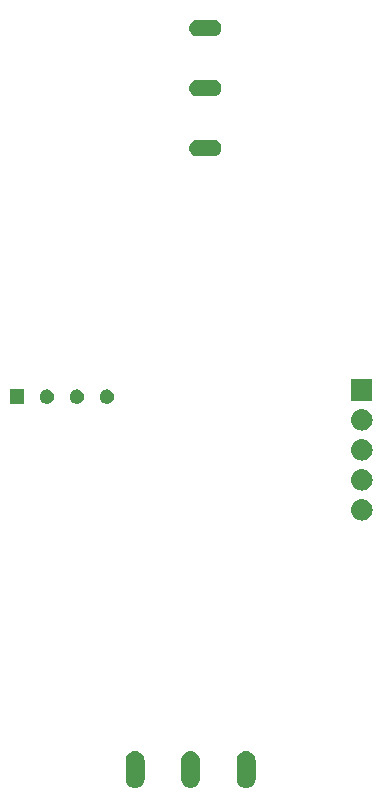
<source format=gbr>
G04 #@! TF.GenerationSoftware,KiCad,Pcbnew,(6.0.0-rc1-dev-1027-g90233e5ec)*
G04 #@! TF.CreationDate,2018-11-05T19:06:39+01:00*
G04 #@! TF.ProjectId,eBoard_remote_control,65426F6172645F72656D6F74655F636F,rev?*
G04 #@! TF.SameCoordinates,Original*
G04 #@! TF.FileFunction,Soldermask,Bot*
G04 #@! TF.FilePolarity,Negative*
%FSLAX46Y46*%
G04 Gerber Fmt 4.6, Leading zero omitted, Abs format (unit mm)*
G04 Created by KiCad (PCBNEW (6.0.0-rc1-dev-1027-g90233e5ec)) date 11/05/18 19:06:39*
%MOMM*%
%LPD*%
G01*
G04 APERTURE LIST*
%ADD10C,0.100000*%
G04 APERTURE END LIST*
D10*
G36*
X190174168Y-149862245D02*
X190325874Y-149908264D01*
X190465686Y-149982996D01*
X190588233Y-150083567D01*
X190688804Y-150206114D01*
X190763536Y-150345926D01*
X190809555Y-150497632D01*
X190821200Y-150615864D01*
X190821200Y-152202936D01*
X190809555Y-152321168D01*
X190763536Y-152472874D01*
X190688804Y-152612686D01*
X190588233Y-152735233D01*
X190465685Y-152835804D01*
X190325873Y-152910536D01*
X190174167Y-152956555D01*
X190016400Y-152972094D01*
X189858632Y-152956555D01*
X189706926Y-152910536D01*
X189567114Y-152835804D01*
X189444567Y-152735233D01*
X189343996Y-152612685D01*
X189269264Y-152472873D01*
X189223245Y-152321167D01*
X189211600Y-152202935D01*
X189211601Y-150615864D01*
X189223246Y-150497632D01*
X189269265Y-150345926D01*
X189343997Y-150206114D01*
X189444568Y-150083567D01*
X189567115Y-149982996D01*
X189706927Y-149908264D01*
X189858633Y-149862245D01*
X190016400Y-149846706D01*
X190174168Y-149862245D01*
X190174168Y-149862245D01*
G37*
G36*
X199574168Y-149862245D02*
X199725874Y-149908264D01*
X199865686Y-149982996D01*
X199988233Y-150083567D01*
X200088804Y-150206114D01*
X200163536Y-150345926D01*
X200209555Y-150497632D01*
X200221200Y-150615864D01*
X200221200Y-152202936D01*
X200209555Y-152321168D01*
X200163536Y-152472874D01*
X200088804Y-152612686D01*
X199988233Y-152735233D01*
X199865685Y-152835804D01*
X199725873Y-152910536D01*
X199574167Y-152956555D01*
X199416400Y-152972094D01*
X199258632Y-152956555D01*
X199106926Y-152910536D01*
X198967114Y-152835804D01*
X198844567Y-152735233D01*
X198743996Y-152612685D01*
X198669264Y-152472873D01*
X198623245Y-152321167D01*
X198611600Y-152202935D01*
X198611601Y-150615864D01*
X198623246Y-150497632D01*
X198669265Y-150345926D01*
X198743997Y-150206114D01*
X198844568Y-150083567D01*
X198967115Y-149982996D01*
X199106927Y-149908264D01*
X199258633Y-149862245D01*
X199416400Y-149846706D01*
X199574168Y-149862245D01*
X199574168Y-149862245D01*
G37*
G36*
X194874168Y-149862245D02*
X195025874Y-149908264D01*
X195165686Y-149982996D01*
X195288233Y-150083567D01*
X195388804Y-150206114D01*
X195463536Y-150345926D01*
X195509555Y-150497632D01*
X195521200Y-150615864D01*
X195521200Y-152202936D01*
X195509555Y-152321168D01*
X195463536Y-152472874D01*
X195388804Y-152612686D01*
X195288233Y-152735233D01*
X195165685Y-152835804D01*
X195025873Y-152910536D01*
X194874167Y-152956555D01*
X194716400Y-152972094D01*
X194558632Y-152956555D01*
X194406926Y-152910536D01*
X194267114Y-152835804D01*
X194144567Y-152735233D01*
X194043996Y-152612685D01*
X193969264Y-152472873D01*
X193923245Y-152321167D01*
X193911600Y-152202935D01*
X193911601Y-150615864D01*
X193923246Y-150497632D01*
X193969265Y-150345926D01*
X194043997Y-150206114D01*
X194144568Y-150083567D01*
X194267115Y-149982996D01*
X194406927Y-149908264D01*
X194558633Y-149862245D01*
X194716400Y-149846706D01*
X194874168Y-149862245D01*
X194874168Y-149862245D01*
G37*
G36*
X209331286Y-128519528D02*
X209397471Y-128526047D01*
X209510697Y-128560394D01*
X209567311Y-128577567D01*
X209705931Y-128651662D01*
X209723835Y-128661232D01*
X209759573Y-128690562D01*
X209861030Y-128773824D01*
X209944292Y-128875281D01*
X209973622Y-128911019D01*
X209973623Y-128911021D01*
X210057287Y-129067543D01*
X210057287Y-129067544D01*
X210108807Y-129237383D01*
X210126203Y-129414010D01*
X210108807Y-129590637D01*
X210074460Y-129703863D01*
X210057287Y-129760477D01*
X209983192Y-129899097D01*
X209973622Y-129917001D01*
X209944292Y-129952739D01*
X209861030Y-130054196D01*
X209759573Y-130137458D01*
X209723835Y-130166788D01*
X209723833Y-130166789D01*
X209567311Y-130250453D01*
X209510697Y-130267626D01*
X209397471Y-130301973D01*
X209331286Y-130308492D01*
X209265104Y-130315010D01*
X209176584Y-130315010D01*
X209110402Y-130308492D01*
X209044217Y-130301973D01*
X208930991Y-130267626D01*
X208874377Y-130250453D01*
X208717855Y-130166789D01*
X208717853Y-130166788D01*
X208682115Y-130137458D01*
X208580658Y-130054196D01*
X208497396Y-129952739D01*
X208468066Y-129917001D01*
X208458496Y-129899097D01*
X208384401Y-129760477D01*
X208367228Y-129703863D01*
X208332881Y-129590637D01*
X208315485Y-129414010D01*
X208332881Y-129237383D01*
X208384401Y-129067544D01*
X208384401Y-129067543D01*
X208468065Y-128911021D01*
X208468066Y-128911019D01*
X208497396Y-128875281D01*
X208580658Y-128773824D01*
X208682115Y-128690562D01*
X208717853Y-128661232D01*
X208735757Y-128651662D01*
X208874377Y-128577567D01*
X208930991Y-128560394D01*
X209044217Y-128526047D01*
X209110402Y-128519528D01*
X209176584Y-128513010D01*
X209265104Y-128513010D01*
X209331286Y-128519528D01*
X209331286Y-128519528D01*
G37*
G36*
X209331286Y-125979528D02*
X209397471Y-125986047D01*
X209510697Y-126020394D01*
X209567311Y-126037567D01*
X209705931Y-126111662D01*
X209723835Y-126121232D01*
X209759573Y-126150562D01*
X209861030Y-126233824D01*
X209944292Y-126335281D01*
X209973622Y-126371019D01*
X209973623Y-126371021D01*
X210057287Y-126527543D01*
X210057287Y-126527544D01*
X210108807Y-126697383D01*
X210126203Y-126874010D01*
X210108807Y-127050637D01*
X210074460Y-127163863D01*
X210057287Y-127220477D01*
X209983192Y-127359097D01*
X209973622Y-127377001D01*
X209944292Y-127412739D01*
X209861030Y-127514196D01*
X209759573Y-127597458D01*
X209723835Y-127626788D01*
X209723833Y-127626789D01*
X209567311Y-127710453D01*
X209510697Y-127727626D01*
X209397471Y-127761973D01*
X209331286Y-127768492D01*
X209265104Y-127775010D01*
X209176584Y-127775010D01*
X209110402Y-127768492D01*
X209044217Y-127761973D01*
X208930991Y-127727626D01*
X208874377Y-127710453D01*
X208717855Y-127626789D01*
X208717853Y-127626788D01*
X208682115Y-127597458D01*
X208580658Y-127514196D01*
X208497396Y-127412739D01*
X208468066Y-127377001D01*
X208458496Y-127359097D01*
X208384401Y-127220477D01*
X208367228Y-127163863D01*
X208332881Y-127050637D01*
X208315485Y-126874010D01*
X208332881Y-126697383D01*
X208384401Y-126527544D01*
X208384401Y-126527543D01*
X208468065Y-126371021D01*
X208468066Y-126371019D01*
X208497396Y-126335281D01*
X208580658Y-126233824D01*
X208682115Y-126150562D01*
X208717853Y-126121232D01*
X208735757Y-126111662D01*
X208874377Y-126037567D01*
X208930991Y-126020394D01*
X209044217Y-125986047D01*
X209110402Y-125979528D01*
X209176584Y-125973010D01*
X209265104Y-125973010D01*
X209331286Y-125979528D01*
X209331286Y-125979528D01*
G37*
G36*
X209331287Y-123439529D02*
X209397471Y-123446047D01*
X209510697Y-123480394D01*
X209567311Y-123497567D01*
X209705931Y-123571662D01*
X209723835Y-123581232D01*
X209759573Y-123610562D01*
X209861030Y-123693824D01*
X209944292Y-123795281D01*
X209973622Y-123831019D01*
X209973623Y-123831021D01*
X210057287Y-123987543D01*
X210057287Y-123987544D01*
X210108807Y-124157383D01*
X210126203Y-124334010D01*
X210108807Y-124510637D01*
X210074460Y-124623863D01*
X210057287Y-124680477D01*
X209983192Y-124819097D01*
X209973622Y-124837001D01*
X209944292Y-124872739D01*
X209861030Y-124974196D01*
X209759573Y-125057458D01*
X209723835Y-125086788D01*
X209723833Y-125086789D01*
X209567311Y-125170453D01*
X209510697Y-125187626D01*
X209397471Y-125221973D01*
X209331286Y-125228492D01*
X209265104Y-125235010D01*
X209176584Y-125235010D01*
X209110402Y-125228492D01*
X209044217Y-125221973D01*
X208930991Y-125187626D01*
X208874377Y-125170453D01*
X208717855Y-125086789D01*
X208717853Y-125086788D01*
X208682115Y-125057458D01*
X208580658Y-124974196D01*
X208497396Y-124872739D01*
X208468066Y-124837001D01*
X208458496Y-124819097D01*
X208384401Y-124680477D01*
X208367228Y-124623863D01*
X208332881Y-124510637D01*
X208315485Y-124334010D01*
X208332881Y-124157383D01*
X208384401Y-123987544D01*
X208384401Y-123987543D01*
X208468065Y-123831021D01*
X208468066Y-123831019D01*
X208497396Y-123795281D01*
X208580658Y-123693824D01*
X208682115Y-123610562D01*
X208717853Y-123581232D01*
X208735757Y-123571662D01*
X208874377Y-123497567D01*
X208930991Y-123480394D01*
X209044217Y-123446047D01*
X209110401Y-123439529D01*
X209176584Y-123433010D01*
X209265104Y-123433010D01*
X209331287Y-123439529D01*
X209331287Y-123439529D01*
G37*
G36*
X209331287Y-120899529D02*
X209397471Y-120906047D01*
X209510697Y-120940394D01*
X209567311Y-120957567D01*
X209705931Y-121031662D01*
X209723835Y-121041232D01*
X209759573Y-121070562D01*
X209861030Y-121153824D01*
X209944292Y-121255281D01*
X209973622Y-121291019D01*
X209973623Y-121291021D01*
X210057287Y-121447543D01*
X210057287Y-121447544D01*
X210108807Y-121617383D01*
X210126203Y-121794010D01*
X210108807Y-121970637D01*
X210074460Y-122083863D01*
X210057287Y-122140477D01*
X209983192Y-122279097D01*
X209973622Y-122297001D01*
X209944292Y-122332739D01*
X209861030Y-122434196D01*
X209759573Y-122517458D01*
X209723835Y-122546788D01*
X209723833Y-122546789D01*
X209567311Y-122630453D01*
X209510697Y-122647626D01*
X209397471Y-122681973D01*
X209331286Y-122688492D01*
X209265104Y-122695010D01*
X209176584Y-122695010D01*
X209110402Y-122688492D01*
X209044217Y-122681973D01*
X208930991Y-122647626D01*
X208874377Y-122630453D01*
X208717855Y-122546789D01*
X208717853Y-122546788D01*
X208682115Y-122517458D01*
X208580658Y-122434196D01*
X208497396Y-122332739D01*
X208468066Y-122297001D01*
X208458496Y-122279097D01*
X208384401Y-122140477D01*
X208367228Y-122083863D01*
X208332881Y-121970637D01*
X208315485Y-121794010D01*
X208332881Y-121617383D01*
X208384401Y-121447544D01*
X208384401Y-121447543D01*
X208468065Y-121291021D01*
X208468066Y-121291019D01*
X208497396Y-121255281D01*
X208580658Y-121153824D01*
X208682115Y-121070562D01*
X208717853Y-121041232D01*
X208735757Y-121031662D01*
X208874377Y-120957567D01*
X208930991Y-120940394D01*
X209044217Y-120906047D01*
X209110401Y-120899529D01*
X209176584Y-120893010D01*
X209265104Y-120893010D01*
X209331287Y-120899529D01*
X209331287Y-120899529D01*
G37*
G36*
X187718579Y-119212210D02*
X187806214Y-119229642D01*
X187888763Y-119263836D01*
X187916281Y-119275234D01*
X188015340Y-119341423D01*
X188099577Y-119425660D01*
X188165766Y-119524719D01*
X188165766Y-119524720D01*
X188211358Y-119634786D01*
X188234600Y-119751632D01*
X188234600Y-119870768D01*
X188211358Y-119987614D01*
X188177164Y-120070163D01*
X188165766Y-120097681D01*
X188099577Y-120196740D01*
X188015340Y-120280977D01*
X187916281Y-120347166D01*
X187888763Y-120358564D01*
X187806214Y-120392758D01*
X187718580Y-120410189D01*
X187689369Y-120416000D01*
X187570231Y-120416000D01*
X187541020Y-120410189D01*
X187453386Y-120392758D01*
X187370837Y-120358564D01*
X187343319Y-120347166D01*
X187244260Y-120280977D01*
X187160023Y-120196740D01*
X187093834Y-120097681D01*
X187082436Y-120070163D01*
X187048242Y-119987614D01*
X187025000Y-119870768D01*
X187025000Y-119751632D01*
X187048242Y-119634786D01*
X187093834Y-119524720D01*
X187093834Y-119524719D01*
X187160023Y-119425660D01*
X187244260Y-119341423D01*
X187343319Y-119275234D01*
X187370837Y-119263836D01*
X187453386Y-119229642D01*
X187541021Y-119212210D01*
X187570231Y-119206400D01*
X187689369Y-119206400D01*
X187718579Y-119212210D01*
X187718579Y-119212210D01*
G37*
G36*
X180614600Y-120416000D02*
X179405000Y-120416000D01*
X179405000Y-119206400D01*
X180614600Y-119206400D01*
X180614600Y-120416000D01*
X180614600Y-120416000D01*
G37*
G36*
X182638579Y-119212210D02*
X182726214Y-119229642D01*
X182808763Y-119263836D01*
X182836281Y-119275234D01*
X182935340Y-119341423D01*
X183019577Y-119425660D01*
X183085766Y-119524719D01*
X183085766Y-119524720D01*
X183131358Y-119634786D01*
X183154600Y-119751632D01*
X183154600Y-119870768D01*
X183131358Y-119987614D01*
X183097164Y-120070163D01*
X183085766Y-120097681D01*
X183019577Y-120196740D01*
X182935340Y-120280977D01*
X182836281Y-120347166D01*
X182808763Y-120358564D01*
X182726214Y-120392758D01*
X182638580Y-120410189D01*
X182609369Y-120416000D01*
X182490231Y-120416000D01*
X182461020Y-120410189D01*
X182373386Y-120392758D01*
X182290837Y-120358564D01*
X182263319Y-120347166D01*
X182164260Y-120280977D01*
X182080023Y-120196740D01*
X182013834Y-120097681D01*
X182002436Y-120070163D01*
X181968242Y-119987614D01*
X181945000Y-119870768D01*
X181945000Y-119751632D01*
X181968242Y-119634786D01*
X182013834Y-119524720D01*
X182013834Y-119524719D01*
X182080023Y-119425660D01*
X182164260Y-119341423D01*
X182263319Y-119275234D01*
X182290837Y-119263836D01*
X182373386Y-119229642D01*
X182461021Y-119212210D01*
X182490231Y-119206400D01*
X182609369Y-119206400D01*
X182638579Y-119212210D01*
X182638579Y-119212210D01*
G37*
G36*
X185178579Y-119212210D02*
X185266214Y-119229642D01*
X185348763Y-119263836D01*
X185376281Y-119275234D01*
X185475340Y-119341423D01*
X185559577Y-119425660D01*
X185625766Y-119524719D01*
X185625766Y-119524720D01*
X185671358Y-119634786D01*
X185694600Y-119751632D01*
X185694600Y-119870768D01*
X185671358Y-119987614D01*
X185637164Y-120070163D01*
X185625766Y-120097681D01*
X185559577Y-120196740D01*
X185475340Y-120280977D01*
X185376281Y-120347166D01*
X185348763Y-120358564D01*
X185266214Y-120392758D01*
X185178580Y-120410189D01*
X185149369Y-120416000D01*
X185030231Y-120416000D01*
X185001020Y-120410189D01*
X184913386Y-120392758D01*
X184830837Y-120358564D01*
X184803319Y-120347166D01*
X184704260Y-120280977D01*
X184620023Y-120196740D01*
X184553834Y-120097681D01*
X184542436Y-120070163D01*
X184508242Y-119987614D01*
X184485000Y-119870768D01*
X184485000Y-119751632D01*
X184508242Y-119634786D01*
X184553834Y-119524720D01*
X184553834Y-119524719D01*
X184620023Y-119425660D01*
X184704260Y-119341423D01*
X184803319Y-119275234D01*
X184830837Y-119263836D01*
X184913386Y-119229642D01*
X185001021Y-119212210D01*
X185030231Y-119206400D01*
X185149369Y-119206400D01*
X185178579Y-119212210D01*
X185178579Y-119212210D01*
G37*
G36*
X210121844Y-120155010D02*
X208319844Y-120155010D01*
X208319844Y-118353010D01*
X210121844Y-118353010D01*
X210121844Y-120155010D01*
X210121844Y-120155010D01*
G37*
G36*
X196684136Y-98079199D02*
X196753165Y-98085998D01*
X196841735Y-98112865D01*
X196886021Y-98126299D01*
X197008459Y-98191744D01*
X197115780Y-98279820D01*
X197203856Y-98387141D01*
X197269301Y-98509579D01*
X197269301Y-98509580D01*
X197309602Y-98642435D01*
X197323210Y-98780600D01*
X197309602Y-98918765D01*
X197282735Y-99007335D01*
X197269301Y-99051621D01*
X197203856Y-99174059D01*
X197115780Y-99281380D01*
X197008459Y-99369456D01*
X196886021Y-99434901D01*
X196841735Y-99448335D01*
X196753165Y-99475202D01*
X196684136Y-99482001D01*
X196649623Y-99485400D01*
X195272377Y-99485400D01*
X195237864Y-99482001D01*
X195168835Y-99475202D01*
X195080265Y-99448335D01*
X195035979Y-99434901D01*
X194913541Y-99369456D01*
X194806220Y-99281380D01*
X194718144Y-99174059D01*
X194652699Y-99051621D01*
X194639265Y-99007335D01*
X194612398Y-98918765D01*
X194598790Y-98780600D01*
X194612398Y-98642435D01*
X194652699Y-98509580D01*
X194652699Y-98509579D01*
X194718144Y-98387141D01*
X194806220Y-98279820D01*
X194913541Y-98191744D01*
X195035979Y-98126299D01*
X195080265Y-98112865D01*
X195168835Y-98085998D01*
X195237864Y-98079199D01*
X195272377Y-98075800D01*
X196649623Y-98075800D01*
X196684136Y-98079199D01*
X196684136Y-98079199D01*
G37*
G36*
X196684136Y-92999199D02*
X196753165Y-93005998D01*
X196841735Y-93032865D01*
X196886021Y-93046299D01*
X197008459Y-93111744D01*
X197115780Y-93199820D01*
X197203856Y-93307141D01*
X197269301Y-93429579D01*
X197269301Y-93429580D01*
X197309602Y-93562435D01*
X197323210Y-93700600D01*
X197309602Y-93838765D01*
X197282735Y-93927335D01*
X197269301Y-93971621D01*
X197203856Y-94094059D01*
X197115780Y-94201380D01*
X197008459Y-94289456D01*
X196886021Y-94354901D01*
X196841735Y-94368335D01*
X196753165Y-94395202D01*
X196684136Y-94402001D01*
X196649623Y-94405400D01*
X195272377Y-94405400D01*
X195237864Y-94402001D01*
X195168835Y-94395202D01*
X195080265Y-94368335D01*
X195035979Y-94354901D01*
X194913541Y-94289456D01*
X194806220Y-94201380D01*
X194718144Y-94094059D01*
X194652699Y-93971621D01*
X194639265Y-93927335D01*
X194612398Y-93838765D01*
X194598790Y-93700600D01*
X194612398Y-93562435D01*
X194652699Y-93429580D01*
X194652699Y-93429579D01*
X194718144Y-93307141D01*
X194806220Y-93199820D01*
X194913541Y-93111744D01*
X195035979Y-93046299D01*
X195080265Y-93032865D01*
X195168835Y-93005998D01*
X195237864Y-92999199D01*
X195272377Y-92995800D01*
X196649623Y-92995800D01*
X196684136Y-92999199D01*
X196684136Y-92999199D01*
G37*
G36*
X196684136Y-87919199D02*
X196753165Y-87925998D01*
X196841735Y-87952865D01*
X196886021Y-87966299D01*
X197008459Y-88031744D01*
X197115780Y-88119820D01*
X197203856Y-88227141D01*
X197269301Y-88349579D01*
X197269301Y-88349580D01*
X197309602Y-88482435D01*
X197323210Y-88620600D01*
X197309602Y-88758765D01*
X197282735Y-88847335D01*
X197269301Y-88891621D01*
X197203856Y-89014059D01*
X197115780Y-89121380D01*
X197008459Y-89209456D01*
X196886021Y-89274901D01*
X196841735Y-89288335D01*
X196753165Y-89315202D01*
X196684136Y-89322001D01*
X196649623Y-89325400D01*
X195272377Y-89325400D01*
X195237864Y-89322001D01*
X195168835Y-89315202D01*
X195080265Y-89288335D01*
X195035979Y-89274901D01*
X194913541Y-89209456D01*
X194806220Y-89121380D01*
X194718144Y-89014059D01*
X194652699Y-88891621D01*
X194639265Y-88847335D01*
X194612398Y-88758765D01*
X194598790Y-88620600D01*
X194612398Y-88482435D01*
X194652699Y-88349580D01*
X194652699Y-88349579D01*
X194718144Y-88227141D01*
X194806220Y-88119820D01*
X194913541Y-88031744D01*
X195035979Y-87966299D01*
X195080265Y-87952865D01*
X195168835Y-87925998D01*
X195237864Y-87919199D01*
X195272377Y-87915800D01*
X196649623Y-87915800D01*
X196684136Y-87919199D01*
X196684136Y-87919199D01*
G37*
M02*

</source>
